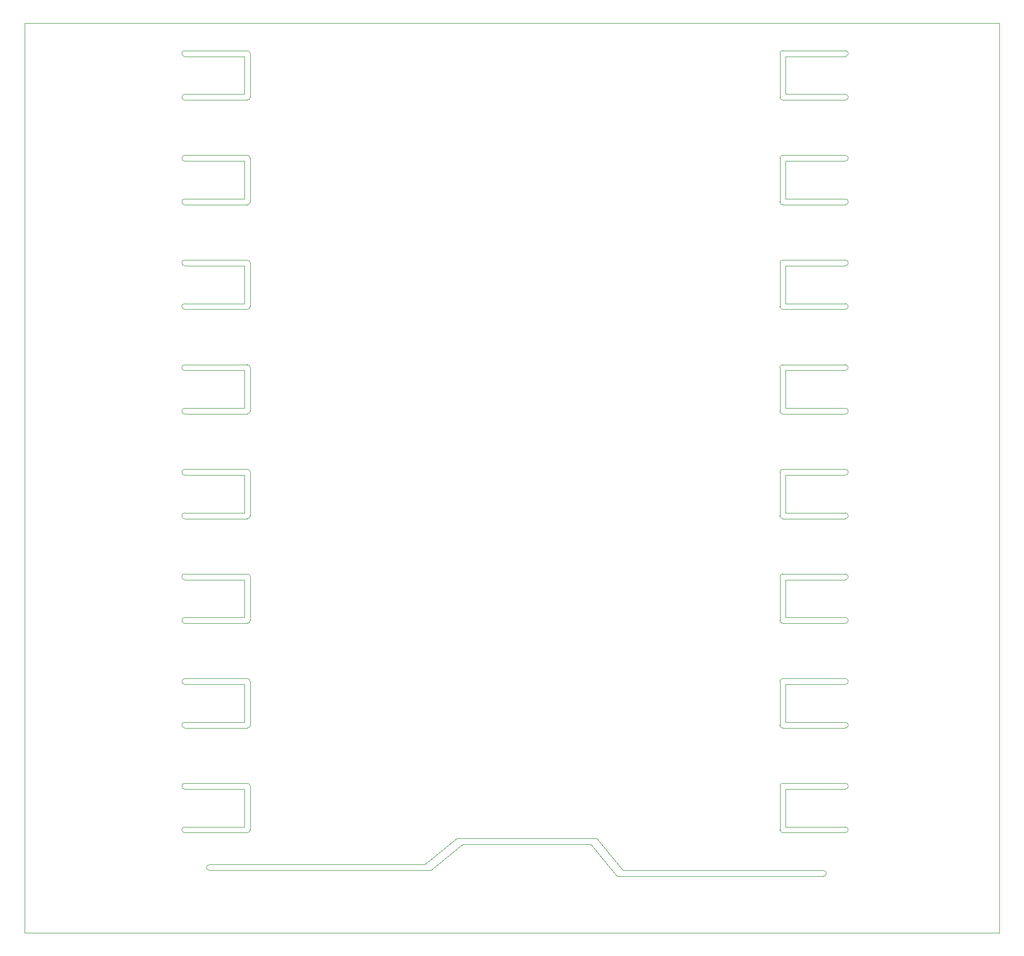
<source format=gbr>
%TF.GenerationSoftware,KiCad,Pcbnew,(6.0.7-1)-1*%
%TF.CreationDate,2023-01-13T01:44:41+01:00*%
%TF.ProjectId,Astraveus_Testtech,41737472-6176-4657-9573-5f5465737474,0.1*%
%TF.SameCoordinates,Original*%
%TF.FileFunction,Profile,NP*%
%FSLAX46Y46*%
G04 Gerber Fmt 4.6, Leading zero omitted, Abs format (unit mm)*
G04 Created by KiCad (PCBNEW (6.0.7-1)-1) date 2023-01-13 01:44:41*
%MOMM*%
%LPD*%
G01*
G04 APERTURE LIST*
%TA.AperFunction,Profile*%
%ADD10C,0.100000*%
%TD*%
G04 APERTURE END LIST*
D10*
X150750000Y-67750000D02*
G75*
G03*
X151250000Y-68250000I500000J0D01*
G01*
X151750000Y-60750000D02*
X151750000Y-67250000D01*
X150750000Y-103750000D02*
X150750000Y-96250000D01*
X48500000Y-131750000D02*
X59250000Y-131750000D01*
X150750000Y-121750000D02*
X150750000Y-114250000D01*
X58750000Y-193250000D02*
X58750000Y-186750000D01*
X162000000Y-121250000D02*
X151750000Y-121250000D01*
X59250000Y-122250000D02*
G75*
G03*
X59750000Y-121750000I0J500000D01*
G01*
X48500000Y-96750000D02*
X58750000Y-96750000D01*
X162000000Y-139250000D02*
X151750000Y-139250000D01*
X48500000Y-103250000D02*
X58750000Y-103250000D01*
X59750000Y-132250000D02*
G75*
G03*
X59250000Y-131750000I-500000J0D01*
G01*
X162000000Y-132750000D02*
X151750000Y-132750000D01*
X48500000Y-185750000D02*
G75*
G03*
X48500000Y-186750000I0J-500000D01*
G01*
X162000000Y-168750000D02*
G75*
G03*
X162000000Y-167750000I0J500000D01*
G01*
X150750000Y-121750000D02*
X150750000Y-114250000D01*
X59750000Y-132250000D02*
X59750000Y-139750000D01*
X162000000Y-96750000D02*
X151750000Y-96750000D01*
X58750000Y-193250000D02*
X58750000Y-186750000D01*
X162000000Y-78750000D02*
G75*
G03*
X162000000Y-77750000I0J500000D01*
G01*
X162000000Y-60750000D02*
G75*
G03*
X162000000Y-59750000I0J500000D01*
G01*
X162000000Y-132750000D02*
X151750000Y-132750000D01*
X59250000Y-104250000D02*
X48500000Y-104250000D01*
X162000000Y-96750000D02*
G75*
G03*
X162000000Y-95750000I0J500000D01*
G01*
X150750000Y-121750000D02*
X150750000Y-114250000D01*
X162000000Y-96750000D02*
G75*
G03*
X162000000Y-95750000I0J500000D01*
G01*
X59250000Y-104250000D02*
X48500000Y-104250000D01*
X151250000Y-113750000D02*
X162000000Y-113750000D01*
X58750000Y-157250000D02*
X58750000Y-150750000D01*
X162000000Y-122250000D02*
G75*
G03*
X162000000Y-121250000I0J500000D01*
G01*
X162000000Y-96750000D02*
G75*
G03*
X162000000Y-95750000I0J500000D01*
G01*
X48500000Y-103250000D02*
X58750000Y-103250000D01*
X48500000Y-77750000D02*
X59250000Y-77750000D01*
X162000000Y-168750000D02*
X151750000Y-168750000D01*
X151750000Y-78750000D02*
X151750000Y-85250000D01*
X90750000Y-200750000D02*
X96250000Y-196250000D01*
X162000000Y-114750000D02*
X151750000Y-114750000D01*
X123750000Y-200750000D02*
X119250000Y-195250000D01*
X48500000Y-175250000D02*
X58750000Y-175250000D01*
X162000000Y-86250000D02*
X151250000Y-86250000D01*
X59750000Y-186250000D02*
G75*
G03*
X59250000Y-185750000I-500000J0D01*
G01*
X48500000Y-150750000D02*
X58750000Y-150750000D01*
X48500000Y-114750000D02*
X58750000Y-114750000D01*
X59250000Y-140250000D02*
X48500000Y-140250000D01*
X48500000Y-121250000D02*
X58750000Y-121250000D01*
X48500000Y-149750000D02*
G75*
G03*
X48500000Y-150750000I0J-500000D01*
G01*
X48500000Y-59750000D02*
G75*
G03*
X48500000Y-60750000I0J-500000D01*
G01*
X151750000Y-78750000D02*
X151750000Y-85250000D01*
X59250000Y-86250000D02*
X48500000Y-86250000D01*
X151250000Y-59750000D02*
G75*
G03*
X150750000Y-60250000I0J-500000D01*
G01*
X95250000Y-195250000D02*
X89750000Y-199750000D01*
X151250000Y-185750000D02*
X162000000Y-185750000D01*
X162000000Y-158250000D02*
G75*
G03*
X162000000Y-157250000I0J500000D01*
G01*
X59750000Y-60250000D02*
G75*
G03*
X59250000Y-59750000I-500000J0D01*
G01*
X59750000Y-78250000D02*
X59750000Y-85750000D01*
X151750000Y-132750000D02*
X151750000Y-139250000D01*
X150750000Y-193750000D02*
G75*
G03*
X151250000Y-194250000I500000J0D01*
G01*
X162000000Y-121250000D02*
X151750000Y-121250000D01*
X162000000Y-78750000D02*
G75*
G03*
X162000000Y-77750000I0J500000D01*
G01*
X162000000Y-176250000D02*
G75*
G03*
X162000000Y-175250000I0J500000D01*
G01*
X59750000Y-150250000D02*
G75*
G03*
X59250000Y-149750000I-500000J0D01*
G01*
X59750000Y-114250000D02*
X59750000Y-121750000D01*
X151250000Y-95750000D02*
G75*
G03*
X150750000Y-96250000I0J-500000D01*
G01*
X59250000Y-122250000D02*
X48500000Y-122250000D01*
X48500000Y-96750000D02*
X58750000Y-96750000D01*
X48500000Y-77750000D02*
X59250000Y-77750000D01*
X150750000Y-85750000D02*
G75*
G03*
X151250000Y-86250000I500000J0D01*
G01*
X59750000Y-150250000D02*
X59750000Y-157750000D01*
X151750000Y-114750000D02*
X151750000Y-121250000D01*
X59750000Y-114250000D02*
G75*
G03*
X59250000Y-113750000I-500000J0D01*
G01*
X150750000Y-139750000D02*
X150750000Y-132250000D01*
X151750000Y-114750000D02*
X151750000Y-121250000D01*
X59250000Y-68250000D02*
X48500000Y-68250000D01*
X151750000Y-150750000D02*
X151750000Y-157250000D01*
X48500000Y-85250000D02*
X58750000Y-85250000D01*
X48500000Y-131750000D02*
X59250000Y-131750000D01*
X150750000Y-121750000D02*
G75*
G03*
X151250000Y-122250000I500000J0D01*
G01*
X48500000Y-168750000D02*
X58750000Y-168750000D01*
X151250000Y-95750000D02*
X162000000Y-95750000D01*
X48500000Y-77750000D02*
G75*
G03*
X48500000Y-78750000I0J-500000D01*
G01*
X162000000Y-60750000D02*
X151750000Y-60750000D01*
X48500000Y-113750000D02*
G75*
G03*
X48500000Y-114750000I0J-500000D01*
G01*
X48500000Y-175250000D02*
G75*
G03*
X48500000Y-176250000I0J-500000D01*
G01*
X59750000Y-186250000D02*
G75*
G03*
X59250000Y-185750000I-500000J0D01*
G01*
X95250000Y-195250000D02*
X119250000Y-195250000D01*
X48500000Y-185750000D02*
X59250000Y-185750000D01*
X162000000Y-193250000D02*
X151750000Y-193250000D01*
X151750000Y-60750000D02*
X151750000Y-67250000D01*
X162000000Y-193250000D02*
X151750000Y-193250000D01*
X162000000Y-78750000D02*
X151750000Y-78750000D01*
X59250000Y-176250000D02*
X48500000Y-176250000D01*
X48500000Y-149750000D02*
X59250000Y-149750000D01*
X162000000Y-104250000D02*
G75*
G03*
X162000000Y-103250000I0J500000D01*
G01*
X162000000Y-186750000D02*
X151750000Y-186750000D01*
X162000000Y-67250000D02*
X151750000Y-67250000D01*
X162000000Y-104250000D02*
X151250000Y-104250000D01*
X150750000Y-175750000D02*
X150750000Y-168250000D01*
X59750000Y-114250000D02*
G75*
G03*
X59250000Y-113750000I-500000J0D01*
G01*
X150750000Y-121750000D02*
G75*
G03*
X151250000Y-122250000I500000J0D01*
G01*
X59250000Y-104250000D02*
G75*
G03*
X59750000Y-103750000I0J500000D01*
G01*
X48500000Y-96750000D02*
X58750000Y-96750000D01*
X58750000Y-85250000D02*
X58750000Y-78750000D01*
X162000000Y-150750000D02*
G75*
G03*
X162000000Y-149750000I0J500000D01*
G01*
X59250000Y-86250000D02*
G75*
G03*
X59750000Y-85750000I0J500000D01*
G01*
X162000000Y-158250000D02*
X151250000Y-158250000D01*
X63500000Y-200750000D02*
X52750000Y-200750000D01*
X162000000Y-132750000D02*
G75*
G03*
X162000000Y-131750000I0J500000D01*
G01*
X162000000Y-114750000D02*
X151750000Y-114750000D01*
X162000000Y-194250000D02*
G75*
G03*
X162000000Y-193250000I0J500000D01*
G01*
X151250000Y-131750000D02*
G75*
G03*
X150750000Y-132250000I0J-500000D01*
G01*
X151250000Y-113750000D02*
G75*
G03*
X150750000Y-114250000I0J-500000D01*
G01*
X48500000Y-167750000D02*
G75*
G03*
X48500000Y-168750000I0J-500000D01*
G01*
X151250000Y-113750000D02*
X162000000Y-113750000D01*
X162000000Y-85250000D02*
X151750000Y-85250000D01*
X151250000Y-185750000D02*
G75*
G03*
X150750000Y-186250000I0J-500000D01*
G01*
X48500000Y-193250000D02*
G75*
G03*
X48500000Y-194250000I0J-500000D01*
G01*
X59250000Y-140250000D02*
X48500000Y-140250000D01*
X59250000Y-140250000D02*
X48500000Y-140250000D01*
X21000000Y-55000000D02*
X188500000Y-55000000D01*
X188500000Y-55000000D02*
X188500000Y-211500000D01*
X188500000Y-211500000D02*
X21000000Y-211500000D01*
X21000000Y-211500000D02*
X21000000Y-55000000D01*
X162000000Y-175250000D02*
X151750000Y-175250000D01*
X151250000Y-149750000D02*
G75*
G03*
X150750000Y-150250000I0J-500000D01*
G01*
X48500000Y-185750000D02*
X59250000Y-185750000D01*
X59750000Y-150250000D02*
X59750000Y-157750000D01*
X162000000Y-114750000D02*
G75*
G03*
X162000000Y-113750000I0J500000D01*
G01*
X162000000Y-103250000D02*
X151750000Y-103250000D01*
X48500000Y-114750000D02*
X58750000Y-114750000D01*
X59750000Y-168250000D02*
G75*
G03*
X59250000Y-167750000I-500000J0D01*
G01*
X162000000Y-175250000D02*
X151750000Y-175250000D01*
X151250000Y-185750000D02*
G75*
G03*
X150750000Y-186250000I0J-500000D01*
G01*
X52750000Y-199750000D02*
G75*
G03*
X52750000Y-200750000I0J-500000D01*
G01*
X150750000Y-85750000D02*
G75*
G03*
X151250000Y-86250000I500000J0D01*
G01*
X52750000Y-199750000D02*
X63000000Y-199750000D01*
X150750000Y-193750000D02*
X150750000Y-186250000D01*
X162000000Y-122250000D02*
X151250000Y-122250000D01*
X151250000Y-167750000D02*
G75*
G03*
X150750000Y-168250000I0J-500000D01*
G01*
X59250000Y-86250000D02*
G75*
G03*
X59750000Y-85750000I0J500000D01*
G01*
X59750000Y-168250000D02*
G75*
G03*
X59250000Y-167750000I-500000J0D01*
G01*
X151750000Y-186750000D02*
X151750000Y-193250000D01*
X151750000Y-96750000D02*
X151750000Y-103250000D01*
X59250000Y-86250000D02*
X48500000Y-86250000D01*
X162000000Y-122250000D02*
X151250000Y-122250000D01*
X48500000Y-78750000D02*
X58750000Y-78750000D01*
X151250000Y-95750000D02*
G75*
G03*
X150750000Y-96250000I0J-500000D01*
G01*
X48500000Y-60750000D02*
X58750000Y-60750000D01*
X150750000Y-67750000D02*
X150750000Y-60250000D01*
X48500000Y-149750000D02*
X59250000Y-149750000D01*
X162000000Y-186750000D02*
G75*
G03*
X162000000Y-185750000I0J500000D01*
G01*
X59750000Y-186250000D02*
X59750000Y-193750000D01*
X48500000Y-77750000D02*
X59250000Y-77750000D01*
X48500000Y-95750000D02*
X59250000Y-95750000D01*
X59750000Y-78250000D02*
G75*
G03*
X59250000Y-77750000I-500000J0D01*
G01*
X162000000Y-194250000D02*
G75*
G03*
X162000000Y-193250000I0J500000D01*
G01*
X58750000Y-175250000D02*
X58750000Y-168750000D01*
X59750000Y-168250000D02*
X59750000Y-175750000D01*
X59750000Y-96250000D02*
G75*
G03*
X59250000Y-95750000I-500000J0D01*
G01*
X48500000Y-149750000D02*
G75*
G03*
X48500000Y-150750000I0J-500000D01*
G01*
X162000000Y-176250000D02*
X151250000Y-176250000D01*
X48500000Y-186750000D02*
X58750000Y-186750000D01*
X151250000Y-131750000D02*
G75*
G03*
X150750000Y-132250000I0J-500000D01*
G01*
X59250000Y-194250000D02*
X48500000Y-194250000D01*
X162000000Y-176250000D02*
G75*
G03*
X162000000Y-175250000I0J500000D01*
G01*
X162000000Y-168750000D02*
X151750000Y-168750000D01*
X150750000Y-157750000D02*
G75*
G03*
X151250000Y-158250000I500000J0D01*
G01*
X162000000Y-86250000D02*
G75*
G03*
X162000000Y-85250000I0J500000D01*
G01*
X150750000Y-139750000D02*
G75*
G03*
X151250000Y-140250000I500000J0D01*
G01*
X162000000Y-67250000D02*
X151750000Y-67250000D01*
X48500000Y-167750000D02*
G75*
G03*
X48500000Y-168750000I0J-500000D01*
G01*
X58750000Y-121250000D02*
X58750000Y-114750000D01*
X59250000Y-194250000D02*
G75*
G03*
X59750000Y-193750000I0J500000D01*
G01*
X162000000Y-194250000D02*
X151250000Y-194250000D01*
X118250000Y-196250000D02*
X122750000Y-201750000D01*
X48500000Y-95750000D02*
G75*
G03*
X48500000Y-96750000I0J-500000D01*
G01*
X48500000Y-95750000D02*
X59250000Y-95750000D01*
X162000000Y-60750000D02*
X151750000Y-60750000D01*
X59250000Y-158250000D02*
X48500000Y-158250000D01*
X151250000Y-77750000D02*
X162000000Y-77750000D01*
X150750000Y-193750000D02*
G75*
G03*
X151250000Y-194250000I500000J0D01*
G01*
X162000000Y-186750000D02*
G75*
G03*
X162000000Y-185750000I0J500000D01*
G01*
X59750000Y-114250000D02*
G75*
G03*
X59250000Y-113750000I-500000J0D01*
G01*
X48500000Y-131750000D02*
G75*
G03*
X48500000Y-132750000I0J-500000D01*
G01*
X48500000Y-85250000D02*
G75*
G03*
X48500000Y-86250000I0J-500000D01*
G01*
X48500000Y-167750000D02*
X59250000Y-167750000D01*
X48500000Y-113750000D02*
X59250000Y-113750000D01*
X48500000Y-139250000D02*
X58750000Y-139250000D01*
X48500000Y-193250000D02*
X58750000Y-193250000D01*
X59250000Y-194250000D02*
G75*
G03*
X59750000Y-193750000I0J500000D01*
G01*
X58750000Y-85250000D02*
X58750000Y-78750000D01*
X150750000Y-157750000D02*
G75*
G03*
X151250000Y-158250000I500000J0D01*
G01*
X48500000Y-59750000D02*
X59250000Y-59750000D01*
X162000000Y-176250000D02*
G75*
G03*
X162000000Y-175250000I0J500000D01*
G01*
X158250000Y-201750000D02*
X122750000Y-201750000D01*
X48500000Y-132750000D02*
X58750000Y-132750000D01*
X151750000Y-168750000D02*
X151750000Y-175250000D01*
X162000000Y-158250000D02*
X151250000Y-158250000D01*
X90750000Y-200750000D02*
X52750000Y-200750000D01*
X150750000Y-85750000D02*
X150750000Y-78250000D01*
X150750000Y-103750000D02*
X150750000Y-96250000D01*
X150750000Y-67750000D02*
G75*
G03*
X151250000Y-68250000I500000J0D01*
G01*
X48500000Y-175250000D02*
X58750000Y-175250000D01*
X162000000Y-186750000D02*
X151750000Y-186750000D01*
X59750000Y-168250000D02*
G75*
G03*
X59250000Y-167750000I-500000J0D01*
G01*
X48500000Y-114750000D02*
X58750000Y-114750000D01*
X150750000Y-193750000D02*
X150750000Y-186250000D01*
X150750000Y-157750000D02*
X150750000Y-150250000D01*
X59750000Y-132250000D02*
G75*
G03*
X59250000Y-131750000I-500000J0D01*
G01*
X151250000Y-95750000D02*
X162000000Y-95750000D01*
X162000000Y-158250000D02*
X151250000Y-158250000D01*
X59250000Y-176250000D02*
X48500000Y-176250000D01*
X150750000Y-157750000D02*
G75*
G03*
X151250000Y-158250000I500000J0D01*
G01*
X151250000Y-167750000D02*
X162000000Y-167750000D01*
X151250000Y-167750000D02*
X162000000Y-167750000D01*
X58750000Y-157250000D02*
X58750000Y-150750000D01*
X48500000Y-113750000D02*
G75*
G03*
X48500000Y-114750000I0J-500000D01*
G01*
X48500000Y-78750000D02*
X58750000Y-78750000D01*
X48500000Y-121250000D02*
X58750000Y-121250000D01*
X59750000Y-96250000D02*
X59750000Y-103750000D01*
X151250000Y-77750000D02*
X162000000Y-77750000D01*
X162000000Y-140250000D02*
X151250000Y-140250000D01*
X162000000Y-139250000D02*
X151750000Y-139250000D01*
X162000000Y-132750000D02*
X151750000Y-132750000D01*
X48500000Y-193250000D02*
G75*
G03*
X48500000Y-194250000I0J-500000D01*
G01*
X150750000Y-85750000D02*
X150750000Y-78250000D01*
X162000000Y-68250000D02*
X151250000Y-68250000D01*
X162000000Y-60750000D02*
X151750000Y-60750000D01*
X151250000Y-77750000D02*
G75*
G03*
X150750000Y-78250000I0J-500000D01*
G01*
X162000000Y-122250000D02*
G75*
G03*
X162000000Y-121250000I0J500000D01*
G01*
X59750000Y-96250000D02*
G75*
G03*
X59250000Y-95750000I-500000J0D01*
G01*
X48500000Y-139250000D02*
X58750000Y-139250000D01*
X162000000Y-78750000D02*
X151750000Y-78750000D01*
X151250000Y-131750000D02*
X162000000Y-131750000D01*
X151750000Y-132750000D02*
X151750000Y-139250000D01*
X48500000Y-150750000D02*
X58750000Y-150750000D01*
X162000000Y-140250000D02*
X151250000Y-140250000D01*
X59250000Y-158250000D02*
G75*
G03*
X59750000Y-157750000I0J500000D01*
G01*
X151750000Y-186750000D02*
X151750000Y-193250000D01*
X150750000Y-103750000D02*
G75*
G03*
X151250000Y-104250000I500000J0D01*
G01*
X151750000Y-60750000D02*
X151750000Y-67250000D01*
X150750000Y-85750000D02*
G75*
G03*
X151250000Y-86250000I500000J0D01*
G01*
X162000000Y-186750000D02*
G75*
G03*
X162000000Y-185750000I0J500000D01*
G01*
X162000000Y-68250000D02*
X151250000Y-68250000D01*
X58750000Y-103250000D02*
X58750000Y-96750000D01*
X151750000Y-150750000D02*
X151750000Y-157250000D01*
X151250000Y-131750000D02*
X162000000Y-131750000D01*
X162000000Y-86250000D02*
G75*
G03*
X162000000Y-85250000I0J500000D01*
G01*
X48500000Y-131750000D02*
G75*
G03*
X48500000Y-132750000I0J-500000D01*
G01*
X162000000Y-168750000D02*
G75*
G03*
X162000000Y-167750000I0J500000D01*
G01*
X48500000Y-185750000D02*
G75*
G03*
X48500000Y-186750000I0J-500000D01*
G01*
X48500000Y-132750000D02*
X58750000Y-132750000D01*
X151250000Y-59750000D02*
G75*
G03*
X150750000Y-60250000I0J-500000D01*
G01*
X162000000Y-96750000D02*
X151750000Y-96750000D01*
X150750000Y-175750000D02*
G75*
G03*
X151250000Y-176250000I500000J0D01*
G01*
X150750000Y-175750000D02*
G75*
G03*
X151250000Y-176250000I500000J0D01*
G01*
X48500000Y-95750000D02*
G75*
G03*
X48500000Y-96750000I0J-500000D01*
G01*
X150750000Y-139750000D02*
X150750000Y-132250000D01*
X162000000Y-157250000D02*
X151750000Y-157250000D01*
X151750000Y-132750000D02*
X151750000Y-139250000D01*
X162000000Y-176250000D02*
X151250000Y-176250000D01*
X48500000Y-193250000D02*
X58750000Y-193250000D01*
X151250000Y-113750000D02*
G75*
G03*
X150750000Y-114250000I0J-500000D01*
G01*
X162000000Y-122250000D02*
X151250000Y-122250000D01*
X162000000Y-140250000D02*
G75*
G03*
X162000000Y-139250000I0J500000D01*
G01*
X162000000Y-78750000D02*
X151750000Y-78750000D01*
X48500000Y-131750000D02*
G75*
G03*
X48500000Y-132750000I0J-500000D01*
G01*
X162000000Y-103250000D02*
X151750000Y-103250000D01*
X48500000Y-131750000D02*
X59250000Y-131750000D01*
X58750000Y-67250000D02*
X58750000Y-60750000D01*
X48500000Y-103250000D02*
G75*
G03*
X48500000Y-104250000I0J-500000D01*
G01*
X48500000Y-186750000D02*
X58750000Y-186750000D01*
X48500000Y-95750000D02*
G75*
G03*
X48500000Y-96750000I0J-500000D01*
G01*
X48500000Y-113750000D02*
G75*
G03*
X48500000Y-114750000I0J-500000D01*
G01*
X48500000Y-175250000D02*
X58750000Y-175250000D01*
X58750000Y-121250000D02*
X58750000Y-114750000D01*
X59750000Y-150250000D02*
G75*
G03*
X59250000Y-149750000I-500000J0D01*
G01*
X151250000Y-59750000D02*
X162000000Y-59750000D01*
X151250000Y-131750000D02*
G75*
G03*
X150750000Y-132250000I0J-500000D01*
G01*
X58750000Y-157250000D02*
X58750000Y-150750000D01*
X48500000Y-121250000D02*
G75*
G03*
X48500000Y-122250000I0J-500000D01*
G01*
X58750000Y-139250000D02*
X58750000Y-132750000D01*
X48500000Y-167750000D02*
X59250000Y-167750000D01*
X162000000Y-175250000D02*
X151750000Y-175250000D01*
X162000000Y-150750000D02*
G75*
G03*
X162000000Y-149750000I0J500000D01*
G01*
X162000000Y-158250000D02*
G75*
G03*
X162000000Y-157250000I0J500000D01*
G01*
X48500000Y-149750000D02*
G75*
G03*
X48500000Y-150750000I0J-500000D01*
G01*
X59250000Y-176250000D02*
G75*
G03*
X59750000Y-175750000I0J500000D01*
G01*
X48500000Y-85250000D02*
G75*
G03*
X48500000Y-86250000I0J-500000D01*
G01*
X151250000Y-167750000D02*
X162000000Y-167750000D01*
X162000000Y-85250000D02*
X151750000Y-85250000D01*
X58750000Y-103250000D02*
X58750000Y-96750000D01*
X151250000Y-59750000D02*
X162000000Y-59750000D01*
X162000000Y-132750000D02*
G75*
G03*
X162000000Y-131750000I0J500000D01*
G01*
X59750000Y-132250000D02*
X59750000Y-139750000D01*
X151250000Y-113750000D02*
X162000000Y-113750000D01*
X162000000Y-68250000D02*
X151250000Y-68250000D01*
X48500000Y-157250000D02*
X58750000Y-157250000D01*
X151750000Y-186750000D02*
X151750000Y-193250000D01*
X59250000Y-122250000D02*
G75*
G03*
X59750000Y-121750000I0J500000D01*
G01*
X59250000Y-122250000D02*
X48500000Y-122250000D01*
X48500000Y-150750000D02*
X58750000Y-150750000D01*
X162000000Y-104250000D02*
X151250000Y-104250000D01*
X162000000Y-86250000D02*
X151250000Y-86250000D01*
X162000000Y-168750000D02*
X151750000Y-168750000D01*
X162000000Y-140250000D02*
X151250000Y-140250000D01*
X162000000Y-132750000D02*
G75*
G03*
X162000000Y-131750000I0J500000D01*
G01*
X151250000Y-59750000D02*
G75*
G03*
X150750000Y-60250000I0J-500000D01*
G01*
X59750000Y-78250000D02*
X59750000Y-85750000D01*
X59250000Y-176250000D02*
G75*
G03*
X59750000Y-175750000I0J500000D01*
G01*
X151250000Y-167750000D02*
G75*
G03*
X150750000Y-168250000I0J-500000D01*
G01*
X151250000Y-149750000D02*
G75*
G03*
X150750000Y-150250000I0J-500000D01*
G01*
X59250000Y-122250000D02*
X48500000Y-122250000D01*
X48500000Y-157250000D02*
G75*
G03*
X48500000Y-158250000I0J-500000D01*
G01*
X162000000Y-186750000D02*
X151750000Y-186750000D01*
X151750000Y-168750000D02*
X151750000Y-175250000D01*
X48500000Y-103250000D02*
G75*
G03*
X48500000Y-104250000I0J-500000D01*
G01*
X151250000Y-59750000D02*
X162000000Y-59750000D01*
X59750000Y-78250000D02*
X59750000Y-85750000D01*
X151250000Y-131750000D02*
X162000000Y-131750000D01*
X48500000Y-139250000D02*
G75*
G03*
X48500000Y-140250000I0J-500000D01*
G01*
X150750000Y-85750000D02*
X150750000Y-78250000D01*
X158250000Y-201750000D02*
G75*
G03*
X158250000Y-200750000I0J500000D01*
G01*
X150750000Y-103750000D02*
G75*
G03*
X151250000Y-104250000I500000J0D01*
G01*
X48500000Y-103250000D02*
G75*
G03*
X48500000Y-104250000I0J-500000D01*
G01*
X118250000Y-196250000D02*
X96250000Y-196250000D01*
X59250000Y-158250000D02*
G75*
G03*
X59750000Y-157750000I0J500000D01*
G01*
X48500000Y-132750000D02*
X58750000Y-132750000D01*
X162000000Y-121250000D02*
X151750000Y-121250000D01*
X59750000Y-186250000D02*
X59750000Y-193750000D01*
X162000000Y-104250000D02*
G75*
G03*
X162000000Y-103250000I0J500000D01*
G01*
X59250000Y-176250000D02*
X48500000Y-176250000D01*
X150750000Y-67750000D02*
X150750000Y-60250000D01*
X48500000Y-121250000D02*
X58750000Y-121250000D01*
X58750000Y-85250000D02*
X58750000Y-78750000D01*
X48500000Y-139250000D02*
G75*
G03*
X48500000Y-140250000I0J-500000D01*
G01*
X59250000Y-86250000D02*
G75*
G03*
X59750000Y-85750000I0J500000D01*
G01*
X59750000Y-150250000D02*
G75*
G03*
X59250000Y-149750000I-500000J0D01*
G01*
X48500000Y-157250000D02*
G75*
G03*
X48500000Y-158250000I0J-500000D01*
G01*
X151250000Y-185750000D02*
G75*
G03*
X150750000Y-186250000I0J-500000D01*
G01*
X162000000Y-68250000D02*
G75*
G03*
X162000000Y-67250000I0J500000D01*
G01*
X162000000Y-122250000D02*
G75*
G03*
X162000000Y-121250000I0J500000D01*
G01*
X59250000Y-194250000D02*
G75*
G03*
X59750000Y-193750000I0J500000D01*
G01*
X59750000Y-60250000D02*
X59750000Y-67750000D01*
X151250000Y-77750000D02*
G75*
G03*
X150750000Y-78250000I0J-500000D01*
G01*
X151250000Y-95750000D02*
X162000000Y-95750000D01*
X48500000Y-67250000D02*
G75*
G03*
X48500000Y-68250000I0J-500000D01*
G01*
X162000000Y-140250000D02*
G75*
G03*
X162000000Y-139250000I0J500000D01*
G01*
X48500000Y-168750000D02*
X58750000Y-168750000D01*
X150750000Y-103750000D02*
X150750000Y-96250000D01*
X59250000Y-122250000D02*
G75*
G03*
X59750000Y-121750000I0J500000D01*
G01*
X48500000Y-149750000D02*
X59250000Y-149750000D01*
X151750000Y-96750000D02*
X151750000Y-103250000D01*
X59750000Y-186250000D02*
X59750000Y-193750000D01*
X162000000Y-140250000D02*
G75*
G03*
X162000000Y-139250000I0J500000D01*
G01*
X59250000Y-140250000D02*
G75*
G03*
X59750000Y-139750000I0J500000D01*
G01*
X48500000Y-193250000D02*
G75*
G03*
X48500000Y-194250000I0J-500000D01*
G01*
X48500000Y-157250000D02*
X58750000Y-157250000D01*
X151250000Y-185750000D02*
X162000000Y-185750000D01*
X162000000Y-114750000D02*
X151750000Y-114750000D01*
X151750000Y-78750000D02*
X151750000Y-85250000D01*
X123750000Y-200750000D02*
X158250000Y-200750000D01*
X162000000Y-139250000D02*
X151750000Y-139250000D01*
X162000000Y-67250000D02*
X151750000Y-67250000D01*
X59250000Y-104250000D02*
G75*
G03*
X59750000Y-103750000I0J500000D01*
G01*
X58750000Y-121250000D02*
X58750000Y-114750000D01*
X59750000Y-96250000D02*
X59750000Y-103750000D01*
X162000000Y-68250000D02*
G75*
G03*
X162000000Y-67250000I0J500000D01*
G01*
X162000000Y-168750000D02*
G75*
G03*
X162000000Y-167750000I0J500000D01*
G01*
X48500000Y-139250000D02*
G75*
G03*
X48500000Y-140250000I0J-500000D01*
G01*
X59250000Y-140250000D02*
G75*
G03*
X59750000Y-139750000I0J500000D01*
G01*
X162000000Y-176250000D02*
X151250000Y-176250000D01*
X162000000Y-157250000D02*
X151750000Y-157250000D01*
X151750000Y-150750000D02*
X151750000Y-157250000D01*
X150750000Y-157750000D02*
X150750000Y-150250000D01*
X48500000Y-175250000D02*
G75*
G03*
X48500000Y-176250000I0J-500000D01*
G01*
X150750000Y-103750000D02*
G75*
G03*
X151250000Y-104250000I500000J0D01*
G01*
X59250000Y-158250000D02*
G75*
G03*
X59750000Y-157750000I0J500000D01*
G01*
X150750000Y-157750000D02*
X150750000Y-150250000D01*
X162000000Y-103250000D02*
X151750000Y-103250000D01*
X59750000Y-114250000D02*
X59750000Y-121750000D01*
X48500000Y-95750000D02*
X59250000Y-95750000D01*
X162000000Y-96750000D02*
X151750000Y-96750000D01*
X150750000Y-139750000D02*
G75*
G03*
X151250000Y-140250000I500000J0D01*
G01*
X59250000Y-86250000D02*
X48500000Y-86250000D01*
X48500000Y-113750000D02*
X59250000Y-113750000D01*
X151250000Y-77750000D02*
G75*
G03*
X150750000Y-78250000I0J-500000D01*
G01*
X162000000Y-114750000D02*
G75*
G03*
X162000000Y-113750000I0J500000D01*
G01*
X59750000Y-78250000D02*
G75*
G03*
X59250000Y-77750000I-500000J0D01*
G01*
X48500000Y-185750000D02*
X59250000Y-185750000D01*
X162000000Y-150750000D02*
X151750000Y-150750000D01*
X59750000Y-96250000D02*
G75*
G03*
X59250000Y-95750000I-500000J0D01*
G01*
X59750000Y-78250000D02*
G75*
G03*
X59250000Y-77750000I-500000J0D01*
G01*
X150750000Y-67750000D02*
X150750000Y-60250000D01*
X151250000Y-149750000D02*
X162000000Y-149750000D01*
X150750000Y-139750000D02*
X150750000Y-132250000D01*
X59250000Y-176250000D02*
G75*
G03*
X59750000Y-175750000I0J500000D01*
G01*
X150750000Y-121750000D02*
G75*
G03*
X151250000Y-122250000I500000J0D01*
G01*
X151750000Y-168750000D02*
X151750000Y-175250000D01*
X151250000Y-149750000D02*
X162000000Y-149750000D01*
X162000000Y-68250000D02*
G75*
G03*
X162000000Y-67250000I0J500000D01*
G01*
X48500000Y-77750000D02*
G75*
G03*
X48500000Y-78750000I0J-500000D01*
G01*
X151750000Y-114750000D02*
X151750000Y-121250000D01*
X59250000Y-194250000D02*
X48500000Y-194250000D01*
X48500000Y-67250000D02*
X58750000Y-67250000D01*
X59750000Y-132250000D02*
X59750000Y-139750000D01*
X48500000Y-139250000D02*
X58750000Y-139250000D01*
X162000000Y-194250000D02*
G75*
G03*
X162000000Y-193250000I0J500000D01*
G01*
X162000000Y-150750000D02*
X151750000Y-150750000D01*
X162000000Y-114750000D02*
G75*
G03*
X162000000Y-113750000I0J500000D01*
G01*
X48500000Y-121250000D02*
G75*
G03*
X48500000Y-122250000I0J-500000D01*
G01*
X48500000Y-77750000D02*
G75*
G03*
X48500000Y-78750000I0J-500000D01*
G01*
X162000000Y-150750000D02*
G75*
G03*
X162000000Y-149750000I0J500000D01*
G01*
X162000000Y-158250000D02*
G75*
G03*
X162000000Y-157250000I0J500000D01*
G01*
X48500000Y-167750000D02*
G75*
G03*
X48500000Y-168750000I0J-500000D01*
G01*
X59250000Y-140250000D02*
G75*
G03*
X59750000Y-139750000I0J500000D01*
G01*
X150750000Y-175750000D02*
G75*
G03*
X151250000Y-176250000I500000J0D01*
G01*
X162000000Y-60750000D02*
G75*
G03*
X162000000Y-59750000I0J500000D01*
G01*
X48500000Y-186750000D02*
X58750000Y-186750000D01*
X59250000Y-194250000D02*
X48500000Y-194250000D01*
X151250000Y-95750000D02*
G75*
G03*
X150750000Y-96250000I0J-500000D01*
G01*
X48500000Y-103250000D02*
X58750000Y-103250000D01*
X59750000Y-186250000D02*
G75*
G03*
X59250000Y-185750000I-500000J0D01*
G01*
X48500000Y-157250000D02*
G75*
G03*
X48500000Y-158250000I0J-500000D01*
G01*
X151250000Y-185750000D02*
X162000000Y-185750000D01*
X59750000Y-168250000D02*
X59750000Y-175750000D01*
X59750000Y-114250000D02*
X59750000Y-121750000D01*
X58750000Y-139250000D02*
X58750000Y-132750000D01*
X162000000Y-157250000D02*
X151750000Y-157250000D01*
X162000000Y-194250000D02*
X151250000Y-194250000D01*
X48500000Y-85250000D02*
X58750000Y-85250000D01*
X151250000Y-77750000D02*
X162000000Y-77750000D01*
X162000000Y-85250000D02*
X151750000Y-85250000D01*
X58750000Y-175250000D02*
X58750000Y-168750000D01*
X48500000Y-193250000D02*
X58750000Y-193250000D01*
X150750000Y-175750000D02*
X150750000Y-168250000D01*
X59750000Y-132250000D02*
G75*
G03*
X59250000Y-131750000I-500000J0D01*
G01*
X150750000Y-193750000D02*
X150750000Y-186250000D01*
X162000000Y-150750000D02*
X151750000Y-150750000D01*
X150750000Y-175750000D02*
X150750000Y-168250000D01*
X151250000Y-167750000D02*
G75*
G03*
X150750000Y-168250000I0J-500000D01*
G01*
X150750000Y-67750000D02*
G75*
G03*
X151250000Y-68250000I500000J0D01*
G01*
X59250000Y-104250000D02*
G75*
G03*
X59750000Y-103750000I0J500000D01*
G01*
X162000000Y-86250000D02*
G75*
G03*
X162000000Y-85250000I0J500000D01*
G01*
X162000000Y-193250000D02*
X151750000Y-193250000D01*
X151250000Y-149750000D02*
G75*
G03*
X150750000Y-150250000I0J-500000D01*
G01*
X162000000Y-194250000D02*
X151250000Y-194250000D01*
X48500000Y-121250000D02*
G75*
G03*
X48500000Y-122250000I0J-500000D01*
G01*
X59250000Y-68250000D02*
G75*
G03*
X59750000Y-67750000I0J500000D01*
G01*
X59750000Y-150250000D02*
X59750000Y-157750000D01*
X150750000Y-193750000D02*
G75*
G03*
X151250000Y-194250000I500000J0D01*
G01*
X151250000Y-113750000D02*
G75*
G03*
X150750000Y-114250000I0J-500000D01*
G01*
X48500000Y-157250000D02*
X58750000Y-157250000D01*
X48500000Y-85250000D02*
X58750000Y-85250000D01*
X162000000Y-60750000D02*
G75*
G03*
X162000000Y-59750000I0J500000D01*
G01*
X59250000Y-158250000D02*
X48500000Y-158250000D01*
X48500000Y-113750000D02*
X59250000Y-113750000D01*
X59250000Y-158250000D02*
X48500000Y-158250000D01*
X59750000Y-168250000D02*
X59750000Y-175750000D01*
X58750000Y-193250000D02*
X58750000Y-186750000D01*
X48500000Y-175250000D02*
G75*
G03*
X48500000Y-176250000I0J-500000D01*
G01*
X48500000Y-85250000D02*
G75*
G03*
X48500000Y-86250000I0J-500000D01*
G01*
X151750000Y-96750000D02*
X151750000Y-103250000D01*
X162000000Y-78750000D02*
G75*
G03*
X162000000Y-77750000I0J500000D01*
G01*
X151250000Y-149750000D02*
X162000000Y-149750000D01*
X48500000Y-185750000D02*
G75*
G03*
X48500000Y-186750000I0J-500000D01*
G01*
X58750000Y-175250000D02*
X58750000Y-168750000D01*
X48500000Y-78750000D02*
X58750000Y-78750000D01*
X150750000Y-139750000D02*
G75*
G03*
X151250000Y-140250000I500000J0D01*
G01*
X48500000Y-168750000D02*
X58750000Y-168750000D01*
X59750000Y-96250000D02*
X59750000Y-103750000D01*
X59250000Y-104250000D02*
X48500000Y-104250000D01*
X58750000Y-103250000D02*
X58750000Y-96750000D01*
X48500000Y-167750000D02*
X59250000Y-167750000D01*
X52750000Y-199750000D02*
X89750000Y-199750000D01*
X58750000Y-139250000D02*
X58750000Y-132750000D01*
X162000000Y-104250000D02*
G75*
G03*
X162000000Y-103250000I0J500000D01*
G01*
X162000000Y-104250000D02*
X151250000Y-104250000D01*
X162000000Y-86250000D02*
X151250000Y-86250000D01*
M02*

</source>
